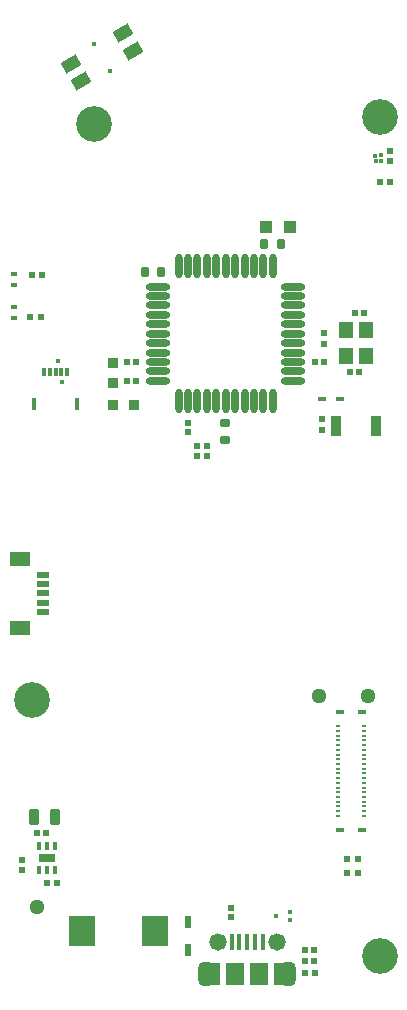
<source format=gts>
%FSTAX23Y23*%
%MOIN*%
%SFA1B1*%

%IPPOS*%
%AMD57*
4,1,8,-0.010200,0.008300,-0.010200,-0.008300,-0.007300,-0.011200,0.007300,-0.011200,0.010200,-0.008300,0.010200,0.008300,0.007300,0.011200,-0.007300,0.011200,-0.010200,0.008300,0.0*
1,1,0.005800,-0.007300,0.008300*
1,1,0.005800,-0.007300,-0.008300*
1,1,0.005800,0.007300,-0.008300*
1,1,0.005800,0.007300,0.008300*
%
%AMD58*
4,1,4,-0.015000,-0.031900,0.035100,-0.003000,0.015000,0.031900,-0.035100,0.003000,-0.015000,-0.031900,0.0*
%
%AMD62*
4,1,8,0.008300,0.010200,-0.008300,0.010200,-0.011200,0.007300,-0.011200,-0.007300,-0.008300,-0.010200,0.008300,-0.010200,0.011200,-0.007300,0.011200,0.007300,0.008300,0.010200,0.0*
1,1,0.005800,0.008300,0.007300*
1,1,0.005800,-0.008300,0.007300*
1,1,0.005800,-0.008300,-0.007300*
1,1,0.005800,0.008300,-0.007300*
%
%AMD72*
4,1,8,0.013400,-0.011700,0.013400,0.011700,0.009800,0.015300,-0.009800,0.015300,-0.013400,0.011700,-0.013400,-0.011700,-0.009800,-0.015300,0.009800,-0.015300,0.013400,-0.011700,0.0*
1,1,0.007200,0.009800,-0.011700*
1,1,0.007200,0.009800,0.011700*
1,1,0.007200,-0.009800,0.011700*
1,1,0.007200,-0.009800,-0.011700*
%
%AMD74*
4,1,8,0.011700,0.013400,-0.011700,0.013400,-0.015300,0.009800,-0.015300,-0.009800,-0.011700,-0.013400,0.011700,-0.013400,0.015300,-0.009800,0.015300,0.009800,0.011700,0.013400,0.0*
1,1,0.007200,0.011700,0.009800*
1,1,0.007200,-0.011700,0.009800*
1,1,0.007200,-0.011700,-0.009800*
1,1,0.007200,0.011700,-0.009800*
%
%AMD80*
4,1,8,-0.015300,0.021900,-0.015300,-0.021900,-0.011200,-0.026000,0.011200,-0.026000,0.015300,-0.021900,0.015300,0.021900,0.011200,0.026000,-0.011200,0.026000,-0.015300,0.021900,0.0*
1,1,0.008200,-0.011200,0.021900*
1,1,0.008200,-0.011200,-0.021900*
1,1,0.008200,0.011200,-0.021900*
1,1,0.008200,0.011200,0.021900*
%
%AMD84*
4,1,8,-0.027600,0.017600,-0.027600,-0.017600,-0.003800,-0.041400,0.003800,-0.041400,0.027600,-0.017600,0.027600,0.017600,0.003800,0.041400,-0.003800,0.041400,-0.027600,0.017600,0.0*
1,1,0.047600,-0.003800,0.017600*
1,1,0.047600,-0.003800,-0.017600*
1,1,0.047600,0.003800,-0.017600*
1,1,0.047600,0.003800,0.017600*
%
%ADD49C,0.020500*%
%ADD50R,0.023300X0.042800*%
%ADD51R,0.059800X0.075600*%
%ADD52R,0.016500X0.053900*%
%ADD53C,0.050800*%
%ADD54R,0.067700X0.048000*%
%ADD55R,0.040200X0.020500*%
%ADD56R,0.023600X0.022000*%
G04~CAMADD=57~8~0.0~0.0~224.0~205.0~29.0~0.0~15~0.0~0.0~0.0~0.0~0~0.0~0.0~0.0~0.0~0~0.0~0.0~0.0~90.0~204.0~224.0*
%ADD57D57*%
G04~CAMADD=58~9~0.0~0.0~579.0~402.0~0.0~0.0~0~0.0~0.0~0.0~0.0~0~0.0~0.0~0.0~0.0~0~0.0~0.0~0.0~210.0~702.0~637.0*
%ADD58D58*%
%ADD59R,0.017300X0.009800*%
%ADD60R,0.030300X0.012600*%
%ADD61R,0.026000X0.017300*%
G04~CAMADD=62~8~0.0~0.0~224.0~205.0~29.0~0.0~15~0.0~0.0~0.0~0.0~0~0.0~0.0~0.0~0.0~0~0.0~0.0~0.0~0.0~224.0~205.0*
%ADD62D62*%
%ADD63R,0.032300X0.067700*%
%ADD64O,0.024400X0.081500*%
%ADD65O,0.081500X0.024400*%
%ADD66R,0.014600X0.030300*%
%ADD67R,0.057900X0.026400*%
%ADD68R,0.022000X0.023600*%
%ADD69R,0.048000X0.055900*%
%ADD70R,0.012600X0.040200*%
%ADD71R,0.012600X0.028300*%
G04~CAMADD=72~8~0.0~0.0~307.0~268.0~36.0~0.0~15~0.0~0.0~0.0~0.0~0~0.0~0.0~0.0~0.0~0~0.0~0.0~0.0~270.0~268.0~306.0*
%ADD72D72*%
%ADD73R,0.040200X0.040200*%
G04~CAMADD=74~8~0.0~0.0~307.0~268.0~36.0~0.0~15~0.0~0.0~0.0~0.0~0~0.0~0.0~0.0~0.0~0~0.0~0.0~0.0~0.0~307.0~268.0*
%ADD74D74*%
%ADD75R,0.034300X0.034300*%
%ADD76R,0.034300X0.034300*%
%ADD77R,0.024800X0.016800*%
%ADD78R,0.013800X0.011800*%
%ADD79R,0.011800X0.013800*%
G04~CAMADD=80~8~0.0~0.0~520.0~307.0~41.0~0.0~15~0.0~0.0~0.0~0.0~0~0.0~0.0~0.0~0.0~0~0.0~0.0~0.0~90.0~306.0~519.0*
%ADD80D80*%
%ADD81R,0.091300X0.099200*%
%ADD82R,0.015000X0.013800*%
%ADD83C,0.057900*%
G04~CAMADD=84~8~0.0~0.0~828.0~552.0~238.0~0.0~15~0.0~0.0~0.0~0.0~0~0.0~0.0~0.0~0.0~0~0.0~0.0~0.0~90.0~552.0~828.0*
%ADD84D84*%
%ADD85C,0.118900*%
%ADD86C,0.016500*%
%ADD87C,0.017700*%
%LNleft_board-1*%
%LPD*%
G36*
X02838Y01369D02*
X02838Y01369D01*
X02838Y01369*
Y01368*
Y01333*
Y01333*
X02838Y01333*
X02838Y01333*
X02838*
X02818*
X02818*
X02818Y01333*
Y01333*
X02818Y01333*
Y01368*
X02818Y01369*
Y01369*
X02818Y01369*
X02818*
X02838*
X02838*
G37*
G36*
X03141D02*
X03141Y01369D01*
X03141Y01369*
X03141Y01368*
Y01333*
X03141Y01333*
X03141Y01333*
X03141Y01333*
X03141*
X03121*
X03121*
X03121Y01333*
X03121Y01333*
Y01333*
Y01368*
Y01369*
X03121Y01369*
X03121Y01369*
X03121*
X03141*
X03141*
G37*
G54D49*
X03119Y01343D02*
D01*
X03118Y01342*
X03118Y01342*
X03117Y01342*
X03116Y01342*
X03116Y01341*
X03115Y01341*
X03115Y0134*
X03114Y0134*
X03114Y0134*
X03113Y01339*
X03113Y01338*
X03112Y01338*
X03112Y01337*
X03112Y01337*
X03112Y01336*
X03111Y01335*
X03111Y01335*
X03111Y01334*
X03111Y01333*
X03111Y01333*
X03111Y01332*
X03111Y01331*
X03111Y01331*
X03112Y0133*
X03112Y01329*
X03112Y01329*
X03113Y01328*
X03113Y01327*
X03113Y01327*
X03114Y01326*
X03114Y01326*
X03115Y01325*
X03115Y01325*
X03116Y01325*
X03116Y01324*
X03117Y01324*
X03118Y01324*
X03118Y01324*
X03119Y01323*
X0312Y01323*
X0312Y01323*
X03121Y01323*
X03122Y01323*
X03122Y01323*
X03123Y01323*
X03124Y01324*
X03124Y01324*
X03125Y01324*
X03126Y01324*
X03126Y01325*
X03127Y01325*
X03127Y01326*
X03128Y01326*
X03128Y01326*
X03129Y01327*
X03129Y01328*
X0313Y01328*
X0313Y01329*
X0313Y01329*
X0313Y0133*
X03131Y01331*
X03131Y01331*
X03131Y01332*
X03131Y01333*
X03131Y01333*
D01*
X03131Y01334*
X03131Y01334*
X03131Y01335*
X03131Y01336*
X0313Y01336*
X0313Y01337*
X0313Y01338*
X03129Y01338*
X03129Y01339*
X03129Y01339*
X03128Y0134*
X03128Y0134*
X03127Y01341*
X03127Y01341*
X03126Y01341*
X03125Y01342*
X03125Y01342*
X03124Y01342*
X03123Y01343*
X03123Y01343*
X03122Y01343*
X03121Y01343*
X03121*
X0312Y01343*
X03119Y01343*
X03119Y01343*
X03131Y01368D02*
D01*
X03131Y01369*
X03131Y0137*
X03131Y0137*
X03131Y01371*
X0313Y01372*
X0313Y01372*
X0313Y01373*
X03129Y01374*
X03129Y01374*
X03129Y01375*
X03128Y01375*
X03128Y01376*
X03127Y01376*
X03127Y01377*
X03126Y01377*
X03125Y01377*
X03125Y01377*
X03124Y01378*
X03123Y01378*
X03123Y01378*
X03122Y01378*
X03121Y01378*
X03121*
X0312Y01378*
X03119Y01378*
X03119Y01378*
X03118Y01378*
X03117Y01377*
X03117Y01377*
X03116Y01377*
X03116Y01377*
X03115Y01376*
X03115Y01376*
X03114Y01375*
X03114Y01375*
X03113Y01374*
X03113Y01374*
X03112Y01373*
X03112Y01372*
X03112Y01372*
X03112Y01371*
X03112Y0137*
X03111Y0137*
X03111Y01369*
X03111Y01368*
X03111Y01368*
X03111Y01367*
X03112Y01366*
X03112Y01366*
X03112Y01365*
X03112Y01364*
X03112Y01364*
X03113Y01363*
X03113Y01363*
X03114Y01362*
X03114Y01362*
X03115Y01361*
X03115Y01361*
X03116Y0136*
X03116Y0136*
X03117Y0136*
X03117Y01359*
X03118Y01359*
X03119Y01359*
X03119Y01359*
X0312Y01359*
X03121Y01359*
X03121*
X03122Y01359*
X03123Y01359*
X03123Y01359*
X03124Y01359*
X03125Y01359*
X03125Y0136*
X03126Y0136*
X03127Y0136*
X03127Y01361*
X03128Y01361*
X03128Y01362*
X03129Y01362*
X03129Y01363*
X03129Y01363*
X0313Y01364*
X0313Y01364*
X0313Y01365*
X03131Y01366*
X03131Y01366*
X03131Y01367*
X03131Y01368*
X03131Y01368*
X02848D02*
D01*
X02847Y01369*
X02847Y0137*
X02847Y0137*
X02847Y01371*
X02847Y01372*
X02847Y01372*
X02846Y01373*
X02846Y01374*
X02846Y01374*
X02845Y01375*
X02845Y01375*
X02844Y01376*
X02844Y01376*
X02843Y01377*
X02843Y01377*
X02842Y01377*
X02841Y01377*
X02841Y01378*
X0284Y01378*
X02839Y01378*
X02839Y01378*
X02838Y01378*
X02837*
X02837Y01378*
X02836Y01378*
X02835Y01378*
X02835Y01378*
X02834Y01377*
X02833Y01377*
X02833Y01377*
X02832Y01377*
X02832Y01376*
X02831Y01376*
X02831Y01375*
X0283Y01375*
X0283Y01374*
X02829Y01374*
X02829Y01373*
X02829Y01372*
X02828Y01372*
X02828Y01371*
X02828Y0137*
X02828Y0137*
X02828Y01369*
X02828Y01368*
X02828Y01368*
X02828Y01367*
X02828Y01366*
X02828Y01366*
X02828Y01365*
X02829Y01364*
X02829Y01364*
X02829Y01363*
X0283Y01363*
X0283Y01362*
X02831Y01362*
X02831Y01361*
X02832Y01361*
X02832Y0136*
X02833Y0136*
X02833Y0136*
X02834Y01359*
X02835Y01359*
X02835Y01359*
X02836Y01359*
X02837Y01359*
X02837Y01359*
X02838*
X02839Y01359*
X02839Y01359*
X0284Y01359*
X02841Y01359*
X02841Y01359*
X02842Y0136*
X02843Y0136*
X02843Y0136*
X02844Y01361*
X02844Y01361*
X02845Y01362*
X02845Y01362*
X02846Y01363*
X02846Y01363*
X02846Y01364*
X02847Y01364*
X02847Y01365*
X02847Y01366*
X02847Y01366*
X02847Y01367*
X02847Y01368*
X02848Y01368*
Y01333D02*
D01*
X02847Y01334*
X02847Y01334*
X02847Y01335*
X02847Y01336*
X02847Y01336*
X02847Y01337*
X02846Y01338*
X02846Y01338*
X02846Y01339*
X02845Y01339*
X02845Y0134*
X02844Y0134*
X02844Y01341*
X02843Y01341*
X02843Y01341*
X02842Y01342*
X02841Y01342*
X02841Y01342*
X0284Y01343*
X02839Y01343*
X02839Y01343*
X02838Y01343*
X02837*
X02837Y01343*
X02836Y01343*
X02835Y01343*
X02835Y01342*
X02834Y01342*
X02833Y01342*
X02833Y01341*
X02832Y01341*
X02832Y01341*
X02831Y0134*
X02831Y0134*
X0283Y01339*
X0283Y01339*
X02829Y01338*
X02829Y01338*
X02829Y01337*
X02828Y01336*
X02828Y01336*
X02828Y01335*
X02828Y01334*
X02828Y01334*
X02828Y01333*
X02828Y01332*
X02828Y01332*
X02828Y01331*
X02828Y0133*
X02828Y0133*
X02829Y01329*
X02829Y01328*
X02829Y01328*
X0283Y01327*
X0283Y01327*
X02831Y01326*
X02831Y01326*
X02832Y01325*
X02832Y01325*
X02833Y01325*
X02833Y01324*
X02834Y01324*
X02835Y01324*
X02835Y01323*
X02836Y01323*
X02837Y01323*
X02837Y01323*
X02838*
X02839Y01323*
X02839Y01323*
X0284Y01323*
X02841Y01324*
X02841Y01324*
X02842Y01324*
X02843Y01325*
X02843Y01325*
X02844Y01325*
X02844Y01326*
X02845Y01326*
X02845Y01327*
X02846Y01327*
X02846Y01328*
X02846Y01328*
X02847Y01329*
X02847Y0133*
X02847Y0133*
X02847Y01331*
X02847Y01332*
X02847Y01332*
X02848Y01333*
G54D50*
X02783Y01522D03*
Y0143D03*
G54D51*
X03019Y01351D03*
X0294D03*
X02859D03*
X03099D03*
G54D52*
X03031Y01457D03*
X03005D03*
X02979D03*
X02954D03*
X02928D03*
G54D53*
X03381Y02275D03*
X02279Y01573D03*
X0322Y02275D03*
G54D54*
X02222Y02503D03*
Y02732D03*
G54D55*
X02299Y02555D03*
Y02586D03*
Y02618D03*
Y02649D03*
Y02681D03*
G54D56*
X03204Y01431D03*
X03173D03*
X03203Y01392D03*
X03173D03*
X03236Y03389D03*
X03206D03*
X03323Y03355D03*
X03353D03*
X03368Y03552D03*
X03338D03*
X0258Y03326D03*
X0261D03*
X0258Y03389D03*
X0261D03*
X0231Y01818D03*
X02279D03*
G54D57*
X03206Y01354D03*
X03171D03*
X02312Y01653D03*
X02347D03*
X02257Y03539D03*
X02293D03*
X03348Y01685D03*
X03313D03*
X02261Y03681D03*
X02297D03*
X03313Y01732D03*
X03348D03*
X03422Y03991D03*
X03457D03*
G54D58*
X02391Y04383D03*
X02425Y04325D03*
X02567Y04485D03*
X026Y04427D03*
G54D59*
X03369Y02034D03*
Y0205D03*
X03283Y01877D03*
X03369D03*
X03283Y01892D03*
X03369D03*
X03283Y01908D03*
X03369D03*
X03283Y01924D03*
X03369D03*
X03283Y0194D03*
X03369D03*
X03283Y01955D03*
X03369D03*
X03283Y01971D03*
X03369D03*
X03283Y01987D03*
X03369D03*
X03283Y02003D03*
X03369D03*
X03283Y02018D03*
X03369D03*
X03283Y02034D03*
Y0205D03*
Y02066D03*
X03369D03*
X03283Y02081D03*
X03369D03*
X03283Y02097D03*
X03369D03*
X03283Y02113D03*
X03369D03*
X03283Y02129D03*
X03369D03*
X03283Y02144D03*
X03369D03*
X03283Y0216D03*
X03369D03*
X03283Y02176D03*
X03369D03*
G54D60*
X0329Y01829D03*
X03363D03*
X0329Y02223D03*
X03363D03*
G54D61*
X0323Y03267D03*
X03289D03*
G54D62*
X03228Y03198D03*
Y03163D03*
X03457Y04093D03*
Y04058D03*
X03237Y0345D03*
Y03486D03*
X02813Y03111D03*
Y03075D03*
X02845Y03111D03*
Y03075D03*
G54D63*
X03409Y03176D03*
X03275D03*
G54D64*
X02751Y03259D03*
X02782D03*
X02814D03*
X02845D03*
X02877D03*
X02908D03*
X0294D03*
X02971D03*
X03003D03*
X03034D03*
X03065D03*
Y03708D03*
X03034D03*
X03003D03*
X02971D03*
X0294D03*
X02908D03*
X02877D03*
X02845D03*
X02814D03*
X02782D03*
X02751D03*
G54D65*
X03132Y03326D03*
Y03358D03*
Y03389D03*
Y03421D03*
Y03452D03*
Y03484D03*
Y03515D03*
Y03547D03*
Y03578D03*
Y0361D03*
Y03641D03*
X02684D03*
Y0361D03*
Y03578D03*
Y03547D03*
Y03515D03*
Y03484D03*
Y03452D03*
Y03421D03*
Y03389D03*
Y03358D03*
Y03326D03*
G54D66*
X02287Y01696D03*
X02313D03*
X02338D03*
Y01775D03*
X02313D03*
X02287D03*
G54D67*
X02313Y01736D03*
G54D68*
X02228Y01697D03*
Y01728D03*
X02782Y03155D03*
Y03186D03*
X02925Y0157D03*
Y01539D03*
G54D69*
X03376Y03496D03*
Y03409D03*
X03309D03*
Y03496D03*
G54D70*
X02411Y03251D03*
X0227D03*
G54D71*
X0236Y03356D03*
X02301D03*
X02321D03*
X02341D03*
X0238D03*
G54D72*
X02694Y03689D03*
X02639D03*
X03036Y03783D03*
X03091D03*
G54D73*
X03122Y0384D03*
X03043D03*
G54D74*
X02907Y03187D03*
Y03131D03*
G54D75*
X02602Y03247D03*
X02533D03*
G54D76*
X02533Y03318D03*
Y03387D03*
G54D77*
X02204Y03684D03*
Y03645D03*
Y03574D03*
Y03535D03*
G54D78*
X03407Y04077D03*
X03427Y04059D03*
G54D79*
X03408Y04058D03*
X03426Y04078D03*
G54D80*
X0234Y01873D03*
X0227D03*
G54D81*
X02429Y01492D03*
X02673D03*
G54D82*
X03075Y01543D03*
X03121Y01529D03*
Y01557D03*
G54D83*
X02881Y01457D03*
X03078D03*
G54D84*
X02842Y01351D03*
X03117D03*
G54D85*
X02468Y04183D03*
X03422Y04205D03*
Y01408D03*
X02261Y02263D03*
G54D86*
X02469Y04451D03*
X02522Y04359D03*
G54D87*
X02362Y03322D03*
X0235Y03393D03*
M02*
</source>
